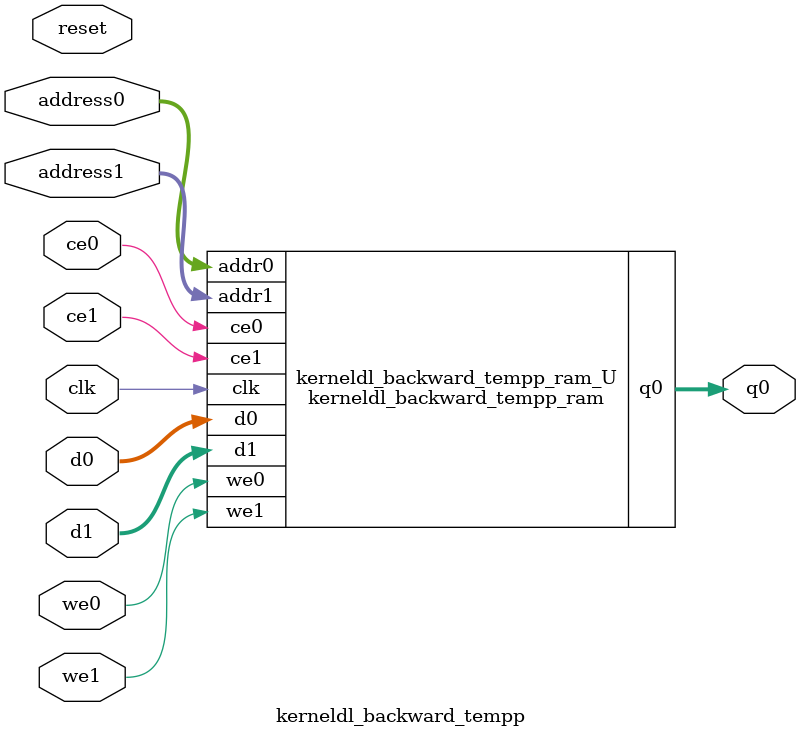
<source format=v>
`timescale 1 ns / 1 ps
module kerneldl_backward_tempp_ram (addr0, ce0, d0, we0, q0, addr1, ce1, d1, we1,  clk);

parameter DWIDTH = 32;
parameter AWIDTH = 19;
parameter MEM_SIZE = 312000;

input[AWIDTH-1:0] addr0;
input ce0;
input[DWIDTH-1:0] d0;
input we0;
output reg[DWIDTH-1:0] q0;
input[AWIDTH-1:0] addr1;
input ce1;
input[DWIDTH-1:0] d1;
input we1;
input clk;

(* ram_style = "block" *)reg [DWIDTH-1:0] ram[0:MEM_SIZE-1];




always @(posedge clk)  
begin 
    if (ce0) 
    begin
        if (we0) 
        begin 
            ram[addr0] <= d0; 
        end 
        q0 <= ram[addr0];
    end
end


always @(posedge clk)  
begin 
    if (ce1) 
    begin
        if (we1) 
        begin 
            ram[addr1] <= d1; 
        end 
    end
end


endmodule

`timescale 1 ns / 1 ps
module kerneldl_backward_tempp(
    reset,
    clk,
    address0,
    ce0,
    we0,
    d0,
    q0,
    address1,
    ce1,
    we1,
    d1);

parameter DataWidth = 32'd32;
parameter AddressRange = 32'd312000;
parameter AddressWidth = 32'd19;
input reset;
input clk;
input[AddressWidth - 1:0] address0;
input ce0;
input we0;
input[DataWidth - 1:0] d0;
output[DataWidth - 1:0] q0;
input[AddressWidth - 1:0] address1;
input ce1;
input we1;
input[DataWidth - 1:0] d1;



kerneldl_backward_tempp_ram kerneldl_backward_tempp_ram_U(
    .clk( clk ),
    .addr0( address0 ),
    .ce0( ce0 ),
    .we0( we0 ),
    .d0( d0 ),
    .q0( q0 ),
    .addr1( address1 ),
    .ce1( ce1 ),
    .we1( we1 ),
    .d1( d1 ));

endmodule


</source>
